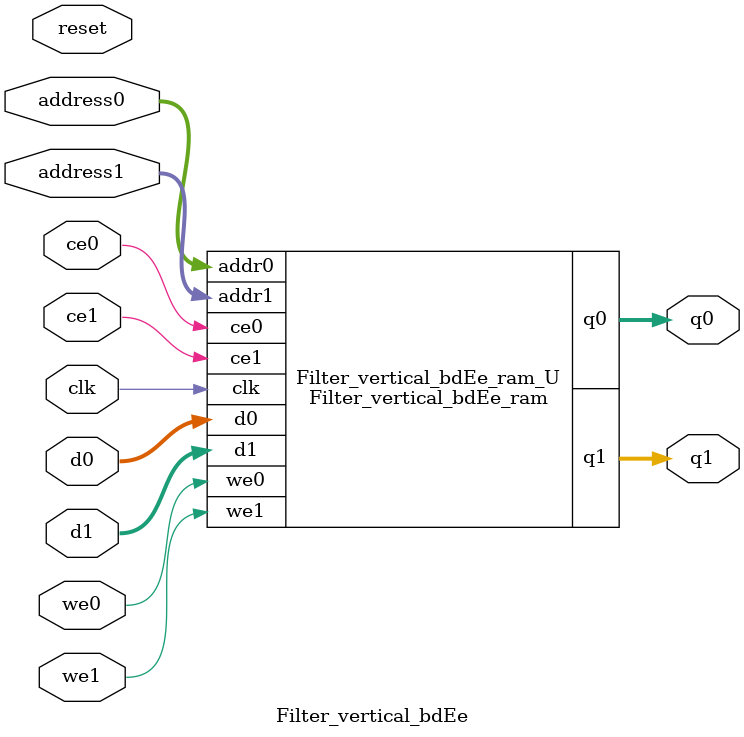
<source format=v>

`timescale 1 ns / 1 ps
module Filter_vertical_bdEe_ram (addr0, ce0, d0, we0, q0, addr1, ce1, d1, we1, q1,  clk);

parameter DWIDTH = 8;
parameter AWIDTH = 9;
parameter MEM_SIZE = 270;

input[AWIDTH-1:0] addr0;
input ce0;
input[DWIDTH-1:0] d0;
input we0;
output reg[DWIDTH-1:0] q0;
input[AWIDTH-1:0] addr1;
input ce1;
input[DWIDTH-1:0] d1;
input we1;
output reg[DWIDTH-1:0] q1;
input clk;

(* ram_style = "block" *)reg [DWIDTH-1:0] ram[0:MEM_SIZE-1];




always @(posedge clk)  
begin 
    if (ce0) 
    begin
        if (we0) 
        begin 
            ram[addr0] <= d0; 
            q0 <= d0;
        end 
        else 
            q0 <= ram[addr0];
    end
end


always @(posedge clk)  
begin 
    if (ce1) 
    begin
        if (we1) 
        begin 
            ram[addr1] <= d1; 
            q1 <= d1;
        end 
        else 
            q1 <= ram[addr1];
    end
end


endmodule


`timescale 1 ns / 1 ps
module Filter_vertical_bdEe(
    reset,
    clk,
    address0,
    ce0,
    we0,
    d0,
    q0,
    address1,
    ce1,
    we1,
    d1,
    q1);

parameter DataWidth = 32'd8;
parameter AddressRange = 32'd270;
parameter AddressWidth = 32'd9;
input reset;
input clk;
input[AddressWidth - 1:0] address0;
input ce0;
input we0;
input[DataWidth - 1:0] d0;
output[DataWidth - 1:0] q0;
input[AddressWidth - 1:0] address1;
input ce1;
input we1;
input[DataWidth - 1:0] d1;
output[DataWidth - 1:0] q1;



Filter_vertical_bdEe_ram Filter_vertical_bdEe_ram_U(
    .clk( clk ),
    .addr0( address0 ),
    .ce0( ce0 ),
    .d0( d0 ),
    .we0( we0 ),
    .q0( q0 ),
    .addr1( address1 ),
    .ce1( ce1 ),
    .d1( d1 ),
    .we1( we1 ),
    .q1( q1 ));

endmodule


</source>
